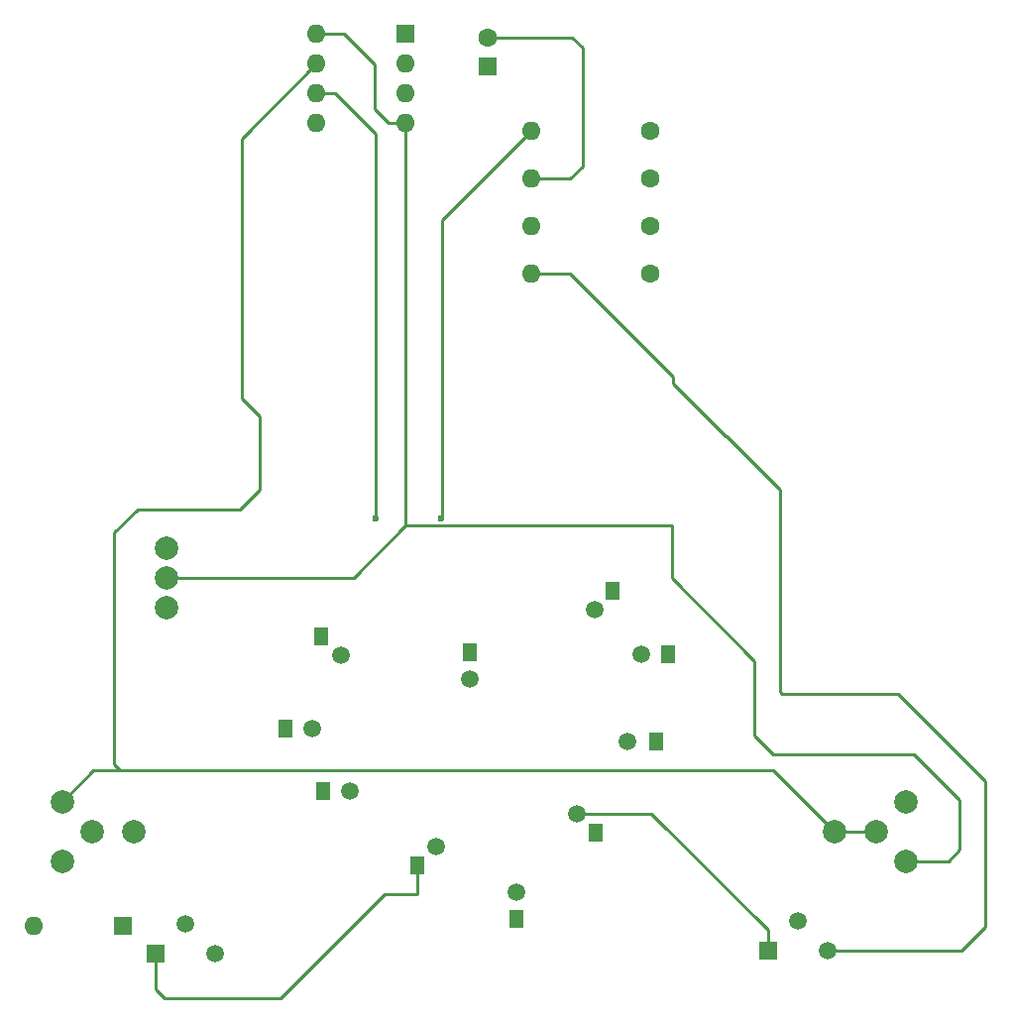
<source format=gbr>
%TF.GenerationSoftware,KiCad,Pcbnew,8.0.1*%
%TF.CreationDate,2024-04-02T10:43:05+02:00*%
%TF.ProjectId,Baerli,42616572-6c69-42e6-9b69-6361645f7063,rev?*%
%TF.SameCoordinates,Original*%
%TF.FileFunction,Copper,L1,Top*%
%TF.FilePolarity,Positive*%
%FSLAX46Y46*%
G04 Gerber Fmt 4.6, Leading zero omitted, Abs format (unit mm)*
G04 Created by KiCad (PCBNEW 8.0.1) date 2024-04-02 10:43:05*
%MOMM*%
%LPD*%
G01*
G04 APERTURE LIST*
%TA.AperFunction,ComponentPad*%
%ADD10R,1.200000X1.500000*%
%TD*%
%TA.AperFunction,ComponentPad*%
%ADD11C,1.500000*%
%TD*%
%TA.AperFunction,ComponentPad*%
%ADD12R,1.500000X1.500000*%
%TD*%
%TA.AperFunction,ComponentPad*%
%ADD13C,1.600000*%
%TD*%
%TA.AperFunction,ComponentPad*%
%ADD14O,1.600000X1.600000*%
%TD*%
%TA.AperFunction,ComponentPad*%
%ADD15C,2.000000*%
%TD*%
%TA.AperFunction,ComponentPad*%
%ADD16R,1.600000X1.600000*%
%TD*%
%TA.AperFunction,ViaPad*%
%ADD17C,0.600000*%
%TD*%
%TA.AperFunction,Conductor*%
%ADD18C,0.250000*%
%TD*%
G04 APERTURE END LIST*
D10*
%TO.P,REF\u002A\u002A,1*%
%TO.N,Net-(Q1-E)*%
X50991086Y-92260914D03*
X54039086Y-84386914D03*
X54166086Y-97594914D03*
X62225137Y-103955914D03*
X66739086Y-85750914D03*
X70676086Y-108530914D03*
X77472086Y-101161914D03*
X78907086Y-80500914D03*
X82614086Y-93403914D03*
X83695984Y-85910914D03*
D11*
%TO.P,REF\u002A\u002A,2*%
%TO.N,Net-(Q2-E)*%
X53291086Y-92260914D03*
X55739086Y-85986914D03*
X56466086Y-97594914D03*
X63825137Y-102355914D03*
X66739086Y-88036914D03*
%TO.N,N/C*%
X70676086Y-106230914D03*
%TO.N,Net-(Q2-E)*%
X75872086Y-99561914D03*
X77407086Y-82100914D03*
X80214086Y-93403914D03*
X81395984Y-85910914D03*
%TD*%
D12*
%TO.P,T2,1*%
%TO.N,Net-(Q2-E)*%
X92202000Y-111252000D03*
D11*
%TO.P,T2,2*%
%TO.N,Net-(Q1-C)*%
X94742000Y-108712000D03*
%TO.P,T2,3*%
%TO.N,Net-(Q2-C)*%
X97282000Y-111252000D03*
%TD*%
D12*
%TO.P,T1,1*%
%TO.N,Net-(Q1-E)*%
X39878000Y-111506000D03*
D11*
%TO.P,T1,2*%
%TO.N,Net-(Q1-B)*%
X42418000Y-108966000D03*
%TO.P,T1,3*%
%TO.N,Net-(Q1-C)*%
X44958000Y-111506000D03*
%TD*%
D13*
%TO.P,R6,1*%
%TO.N,Net-(S1-E)*%
X82152086Y-53411914D03*
D14*
%TO.P,R6,2*%
%TO.N,Net-(Q2-C)*%
X71992086Y-53411914D03*
%TD*%
D15*
%TO.P,S1,1,A*%
%TO.N,Net-(S1-A-Pad1)*%
X40872086Y-76881914D03*
%TO.P,S1,2,E*%
%TO.N,Net-(S1-E)*%
X40872086Y-79421914D03*
%TO.P,S1,3,A*%
%TO.N,unconnected-(S1-A-Pad3)*%
X40872086Y-81961914D03*
%TD*%
D13*
%TO.P,R3,1*%
%TO.N,Net-(D3-K)*%
X82152086Y-41261914D03*
D14*
%TO.P,R3,2*%
%TO.N,Net-(Q1-B)*%
X71992086Y-41261914D03*
%TD*%
D16*
%TO.P,D3,1,K*%
%TO.N,Net-(D3-K)*%
X37082086Y-109161914D03*
D14*
%TO.P,D3,2,A*%
%TO.N,Net-(D3-A)*%
X29462086Y-109161914D03*
%TD*%
D13*
%TO.P,R5,1*%
%TO.N,Net-(S1-E)*%
X82152086Y-49361914D03*
D14*
%TO.P,R5,2*%
%TO.N,Net-(Q1-C)*%
X71992086Y-49361914D03*
%TD*%
D16*
%TO.P,U1,1,GND*%
%TO.N,Net-(Q1-E)*%
X61272086Y-32961914D03*
D14*
%TO.P,U1,2,TR*%
%TO.N,Net-(D3-K)*%
X61272086Y-35501914D03*
%TO.P,U1,3,Q*%
%TO.N,unconnected-(U1-Q-Pad3)*%
X61272086Y-38041914D03*
%TO.P,U1,4,R*%
%TO.N,Net-(S1-E)*%
X61272086Y-40581914D03*
%TO.P,U1,5,CV*%
%TO.N,unconnected-(U1-CV-Pad5)*%
X53652086Y-40581914D03*
%TO.P,U1,6,THR*%
%TO.N,Net-(D3-K)*%
X53652086Y-38041914D03*
%TO.P,U1,7,DIS*%
%TO.N,Net-(D3-A)*%
X53652086Y-35501914D03*
%TO.P,U1,8,VCC*%
%TO.N,Net-(S1-E)*%
X53652086Y-32961914D03*
%TD*%
D15*
%TO.P,P1,1,1*%
%TO.N,Net-(S1-E)*%
X103968086Y-103601914D03*
%TO.P,P1,2,2*%
%TO.N,unconnected-(P1-Pad2)*%
X103968086Y-98521914D03*
%TO.P,P1,3,3*%
%TO.N,Net-(D3-A)*%
X97872086Y-101061914D03*
X101428086Y-101061914D03*
%TD*%
D13*
%TO.P,R4,1*%
%TO.N,Net-(Q1-B)*%
X82152086Y-45311914D03*
D14*
%TO.P,R4,2*%
%TO.N,Net-(Q1-E)*%
X71992086Y-45311914D03*
%TD*%
D15*
%TO.P,P2,1,1*%
%TO.N,Net-(D3-A)*%
X31919086Y-98521914D03*
%TO.P,P2,2,2*%
%TO.N,unconnected-(P2-Pad2)*%
X31919086Y-103601914D03*
%TO.P,P2,3,3*%
%TO.N,Net-(D3-K)*%
X38015086Y-101061914D03*
X34459086Y-101061914D03*
%TD*%
D16*
%TO.P,C1,1*%
%TO.N,Net-(D3-K)*%
X68272086Y-35761914D03*
D13*
%TO.P,C1,2*%
%TO.N,Net-(Q1-E)*%
X68272086Y-33261914D03*
%TD*%
D17*
%TO.N,Net-(D3-K)*%
X58672086Y-74361914D03*
%TO.N,Net-(Q1-B)*%
X64272086Y-74337414D03*
%TD*%
D18*
%TO.N,Net-(D3-K)*%
X58672086Y-74361914D02*
X58672086Y-41461914D01*
X55252086Y-38041914D02*
X53652086Y-38041914D01*
X58672086Y-41461914D02*
X55252086Y-38041914D01*
%TO.N,Net-(Q1-E)*%
X62225137Y-103955914D02*
X62225137Y-106430863D01*
X59431137Y-106430863D02*
X50546000Y-115316000D01*
X76372086Y-44261914D02*
X75322086Y-45311914D01*
X75322086Y-45311914D02*
X71992086Y-45311914D01*
X75472086Y-33261914D02*
X76372086Y-34161914D01*
X68272086Y-33261914D02*
X75472086Y-33261914D01*
X40640000Y-115316000D02*
X39878000Y-114554000D01*
X50546000Y-115316000D02*
X40640000Y-115316000D01*
X39878000Y-114554000D02*
X39878000Y-111506000D01*
X62225137Y-106430863D02*
X59431137Y-106430863D01*
X76372086Y-34161914D02*
X76372086Y-44261914D01*
%TO.N,Net-(D3-A)*%
X36872086Y-95861914D02*
X34579086Y-95861914D01*
X53652086Y-35501914D02*
X47244000Y-41910000D01*
X36372086Y-75561914D02*
X36372086Y-95361914D01*
X48772086Y-65661914D02*
X48772086Y-71861914D01*
X92672086Y-95861914D02*
X36872086Y-95861914D01*
X47072086Y-73561914D02*
X38372086Y-73561914D01*
X48772086Y-71861914D02*
X47072086Y-73561914D01*
X34579086Y-95861914D02*
X31919086Y-98521914D01*
X97872086Y-101061914D02*
X92672086Y-95861914D01*
X36372086Y-95361914D02*
X36872086Y-95861914D01*
X38372086Y-73561914D02*
X36372086Y-75561914D01*
X47244000Y-41910000D02*
X47244000Y-64133828D01*
X101428086Y-101061914D02*
X97872086Y-101061914D01*
X47244000Y-64133828D02*
X48772086Y-65661914D01*
%TO.N,Net-(S1-E)*%
X58572086Y-39361914D02*
X59792086Y-40581914D01*
X91072086Y-92861914D02*
X92672086Y-94461914D01*
X61272086Y-74961914D02*
X56812086Y-79421914D01*
X92672086Y-94461914D02*
X104672086Y-94461914D01*
X107632086Y-103601914D02*
X103968086Y-103601914D01*
X58572086Y-35561914D02*
X58572086Y-39361914D01*
X61272086Y-74961914D02*
X83972086Y-74961914D01*
X104672086Y-94461914D02*
X108572086Y-98361914D01*
X91072086Y-86561914D02*
X91072086Y-92861914D01*
X108572086Y-98361914D02*
X108572086Y-102661914D01*
X55972086Y-32961914D02*
X58572086Y-35561914D01*
X59792086Y-40581914D02*
X61272086Y-40581914D01*
X56812086Y-79421914D02*
X40872086Y-79421914D01*
X61272086Y-40581914D02*
X61272086Y-74961914D01*
X83972086Y-74961914D02*
X83972086Y-79461914D01*
X53652086Y-32961914D02*
X55972086Y-32961914D01*
X108572086Y-102661914D02*
X107632086Y-103601914D01*
X83972086Y-79461914D02*
X91072086Y-86561914D01*
%TO.N,Net-(Q1-B)*%
X64392086Y-48861914D02*
X64392086Y-74217414D01*
X71992086Y-41261914D02*
X64392086Y-48861914D01*
X64392086Y-74217414D02*
X64272086Y-74337414D01*
%TO.N,Net-(Q2-E)*%
X92202000Y-109491828D02*
X92202000Y-111252000D01*
X82272086Y-99561914D02*
X92202000Y-109491828D01*
X75872086Y-99561914D02*
X82272086Y-99561914D01*
%TO.N,Net-(Q2-C)*%
X93408030Y-89344030D02*
X103314030Y-89344030D01*
X93218000Y-89154000D02*
X93408030Y-89344030D01*
X110744000Y-96774000D02*
X110744000Y-109220000D01*
X103314030Y-89344030D02*
X110744000Y-96774000D01*
X84074000Y-62230000D02*
X84074000Y-62801685D01*
X108712000Y-111252000D02*
X97282000Y-111252000D01*
X88582315Y-67310000D02*
X88646000Y-67310000D01*
X110744000Y-109220000D02*
X108712000Y-111252000D01*
X75255914Y-53411914D02*
X84074000Y-62230000D01*
X84074000Y-62801685D02*
X88582315Y-67310000D01*
X93218000Y-71882000D02*
X93218000Y-89154000D01*
X71992086Y-53411914D02*
X75255914Y-53411914D01*
X88646000Y-67310000D02*
X93218000Y-71882000D01*
%TD*%
M02*

</source>
